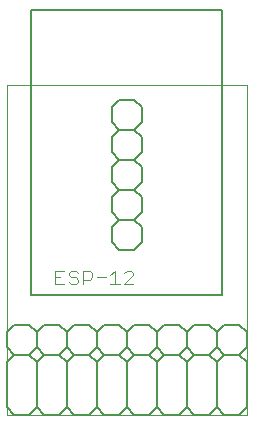
<source format=gto>
G75*
%MOIN*%
%OFA0B0*%
%FSLAX25Y25*%
%IPPOS*%
%LPD*%
%AMOC8*
5,1,8,0,0,1.08239X$1,22.5*
%
%ADD10C,0.00000*%
%ADD11C,0.00500*%
%ADD12C,0.00400*%
%ADD13C,0.00600*%
D10*
X0001800Y0001800D02*
X0001800Y0111800D01*
X0081800Y0111800D01*
X0081800Y0001800D01*
X0001800Y0001800D01*
D11*
X0009800Y0041800D02*
X0009800Y0136682D01*
X0073580Y0136682D01*
X0073580Y0041800D01*
X0009800Y0041800D01*
D12*
X0017874Y0045315D02*
X0020943Y0045315D01*
X0022478Y0046082D02*
X0023245Y0045315D01*
X0024780Y0045315D01*
X0025547Y0046082D01*
X0025547Y0046850D01*
X0024780Y0047617D01*
X0023245Y0047617D01*
X0022478Y0048384D01*
X0022478Y0049152D01*
X0023245Y0049919D01*
X0024780Y0049919D01*
X0025547Y0049152D01*
X0027082Y0049919D02*
X0029384Y0049919D01*
X0030151Y0049152D01*
X0030151Y0047617D01*
X0029384Y0046850D01*
X0027082Y0046850D01*
X0027082Y0045315D02*
X0027082Y0049919D01*
X0031686Y0047617D02*
X0034755Y0047617D01*
X0036290Y0048384D02*
X0037824Y0049919D01*
X0037824Y0045315D01*
X0036290Y0045315D02*
X0039359Y0045315D01*
X0040894Y0045315D02*
X0043963Y0048384D01*
X0043963Y0049152D01*
X0043196Y0049919D01*
X0041661Y0049919D01*
X0040894Y0049152D01*
X0040894Y0045315D02*
X0043963Y0045315D01*
X0020943Y0049919D02*
X0017874Y0049919D01*
X0017874Y0045315D01*
X0017874Y0047617D02*
X0019409Y0047617D01*
D13*
X0019300Y0031800D02*
X0014300Y0031800D01*
X0011800Y0029300D01*
X0011800Y0024300D01*
X0014300Y0021800D01*
X0019300Y0021800D01*
X0021800Y0024300D01*
X0021800Y0029300D01*
X0019300Y0031800D01*
X0021800Y0029300D02*
X0024300Y0031800D01*
X0029300Y0031800D01*
X0031800Y0029300D01*
X0034300Y0031800D01*
X0039300Y0031800D01*
X0041800Y0029300D01*
X0044300Y0031800D01*
X0049300Y0031800D01*
X0051800Y0029300D01*
X0051800Y0024300D01*
X0049300Y0021800D01*
X0044300Y0021800D01*
X0041800Y0024300D01*
X0039300Y0021800D01*
X0034300Y0021800D01*
X0031800Y0024300D01*
X0029300Y0021800D01*
X0024300Y0021800D01*
X0021800Y0024300D01*
X0019300Y0021800D02*
X0021800Y0019300D01*
X0021800Y0004300D01*
X0019300Y0001800D01*
X0014300Y0001800D01*
X0011800Y0004300D01*
X0009300Y0001800D01*
X0004300Y0001800D01*
X0001800Y0004300D01*
X0001800Y0019300D01*
X0004300Y0021800D01*
X0009300Y0021800D01*
X0011800Y0024300D01*
X0009300Y0021800D02*
X0011800Y0019300D01*
X0011800Y0004300D01*
X0021800Y0004300D02*
X0024300Y0001800D01*
X0029300Y0001800D01*
X0031800Y0004300D01*
X0031800Y0019300D01*
X0029300Y0021800D01*
X0024300Y0021800D01*
X0021800Y0019300D01*
X0019300Y0021800D02*
X0014300Y0021800D01*
X0011800Y0019300D01*
X0009300Y0021800D02*
X0004300Y0021800D01*
X0001800Y0024300D01*
X0001800Y0029300D01*
X0004300Y0031800D01*
X0009300Y0031800D01*
X0011800Y0029300D01*
X0031800Y0029300D02*
X0031800Y0024300D01*
X0034300Y0021800D02*
X0031800Y0019300D01*
X0034300Y0021800D02*
X0039300Y0021800D01*
X0041800Y0019300D01*
X0041800Y0004300D01*
X0039300Y0001800D01*
X0034300Y0001800D01*
X0031800Y0004300D01*
X0041800Y0004300D02*
X0044300Y0001800D01*
X0049300Y0001800D01*
X0051800Y0004300D01*
X0051800Y0019300D01*
X0049300Y0021800D01*
X0044300Y0021800D01*
X0041800Y0019300D01*
X0041800Y0024300D02*
X0041800Y0029300D01*
X0051800Y0029300D02*
X0054300Y0031800D01*
X0059300Y0031800D01*
X0061800Y0029300D01*
X0064300Y0031800D01*
X0069300Y0031800D01*
X0071800Y0029300D01*
X0074300Y0031800D01*
X0079300Y0031800D01*
X0081800Y0029300D01*
X0081800Y0024300D01*
X0079300Y0021800D01*
X0074300Y0021800D01*
X0071800Y0024300D01*
X0069300Y0021800D01*
X0064300Y0021800D01*
X0061800Y0024300D01*
X0059300Y0021800D01*
X0054300Y0021800D01*
X0051800Y0024300D01*
X0054300Y0021800D02*
X0051800Y0019300D01*
X0054300Y0021800D02*
X0059300Y0021800D01*
X0061800Y0019300D01*
X0061800Y0004300D01*
X0059300Y0001800D01*
X0054300Y0001800D01*
X0051800Y0004300D01*
X0061800Y0004300D02*
X0064300Y0001800D01*
X0069300Y0001800D01*
X0071800Y0004300D01*
X0071800Y0019300D01*
X0069300Y0021800D01*
X0064300Y0021800D01*
X0061800Y0019300D01*
X0061800Y0024300D02*
X0061800Y0029300D01*
X0071800Y0029300D02*
X0071800Y0024300D01*
X0074300Y0021800D02*
X0071800Y0019300D01*
X0074300Y0021800D02*
X0079300Y0021800D01*
X0081800Y0019300D01*
X0081800Y0004300D01*
X0079300Y0001800D01*
X0074300Y0001800D01*
X0071800Y0004300D01*
X0044300Y0056800D02*
X0039300Y0056800D01*
X0036800Y0059300D01*
X0036800Y0064300D01*
X0039300Y0066800D01*
X0036800Y0069300D01*
X0036800Y0074300D01*
X0039300Y0076800D01*
X0036800Y0079300D01*
X0036800Y0084300D01*
X0039300Y0086800D01*
X0036800Y0089300D01*
X0036800Y0094300D01*
X0039300Y0096800D01*
X0036800Y0099300D01*
X0036800Y0104300D01*
X0039300Y0106800D01*
X0044300Y0106800D01*
X0046800Y0104300D01*
X0046800Y0099300D01*
X0044300Y0096800D01*
X0046800Y0094300D01*
X0046800Y0089300D01*
X0044300Y0086800D01*
X0039300Y0086800D01*
X0044300Y0086800D02*
X0046800Y0084300D01*
X0046800Y0079300D01*
X0044300Y0076800D01*
X0046800Y0074300D01*
X0046800Y0069300D01*
X0044300Y0066800D01*
X0046800Y0064300D01*
X0046800Y0059300D01*
X0044300Y0056800D01*
X0044300Y0066800D02*
X0039300Y0066800D01*
X0039300Y0076800D02*
X0044300Y0076800D01*
X0044300Y0096800D02*
X0039300Y0096800D01*
M02*

</source>
